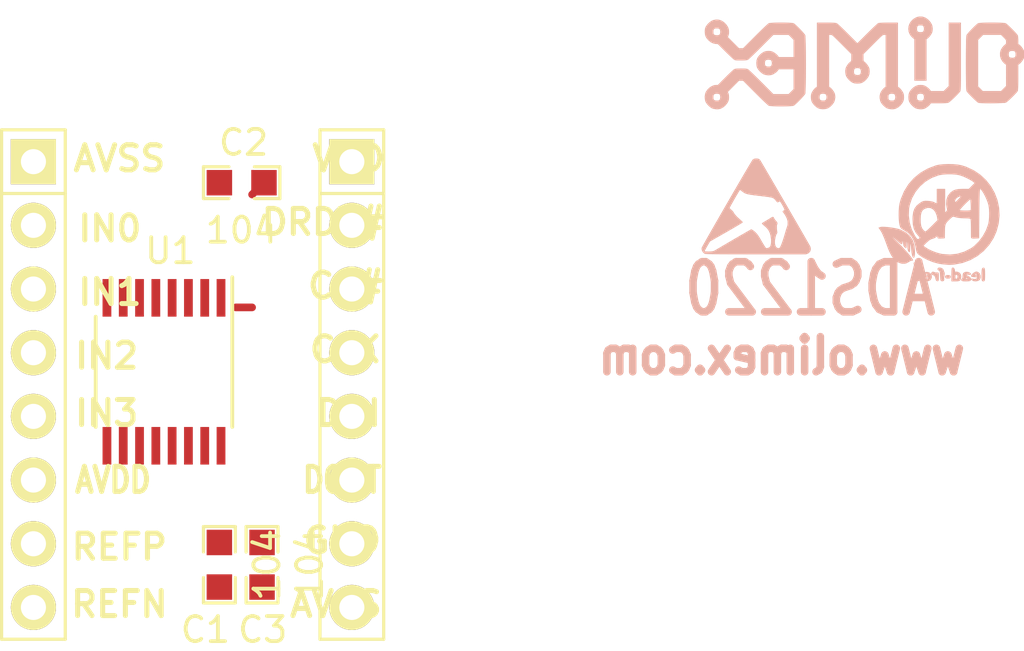
<source format=kicad_pcb>
(kicad_pcb (version 4) (host pcbnew 0.201503220816+5528~22~ubuntu14.10.1-product)

  (general
    (links 23)
    (no_connects 23)
    (area 133.1988 101.9518 159.4742 126.5982)
    (thickness 1.6)
    (drawings 18)
    (tracks 4)
    (zones 0)
    (modules 9)
    (nets 16)
  )

  (page A4)
  (layers
    (0 F.Cu signal)
    (31 B.Cu signal)
    (32 B.Adhes user hide)
    (33 F.Adhes user hide)
    (34 B.Paste user)
    (35 F.Paste user)
    (36 B.SilkS user)
    (37 F.SilkS user)
    (38 B.Mask user)
    (39 F.Mask user)
    (40 Dwgs.User user)
    (41 Cmts.User user)
    (42 Eco1.User user)
    (43 Eco2.User user)
    (44 Edge.Cuts user)
    (45 Margin user)
    (46 B.CrtYd user)
    (47 F.CrtYd user)
    (48 B.Fab user)
    (49 F.Fab user)
  )

  (setup
    (last_trace_width 0.4064)
    (trace_clearance 0.2032)
    (zone_clearance 0.3048)
    (zone_45_only no)
    (trace_min 0.2)
    (segment_width 0.2)
    (edge_width 0.1)
    (via_size 0.9652)
    (via_drill 0.6096)
    (via_min_size 0.4)
    (via_min_drill 0.3)
    (uvia_size 0.3)
    (uvia_drill 0.1)
    (uvias_allowed no)
    (uvia_min_size 0)
    (uvia_min_drill 0)
    (pcb_text_width 0.3)
    (pcb_text_size 1 1)
    (mod_edge_width 0.15)
    (mod_text_size 1 1)
    (mod_text_width 0.15)
    (pad_size 1.5 1.5)
    (pad_drill 0.6)
    (pad_to_mask_clearance 0)
    (aux_axis_origin 0 0)
    (visible_elements FFFEFF7F)
    (pcbplotparams
      (layerselection 0x010f8_80000001)
      (usegerberextensions false)
      (excludeedgelayer true)
      (linewidth 0.100000)
      (plotframeref false)
      (viasonmask false)
      (mode 1)
      (useauxorigin false)
      (hpglpennumber 1)
      (hpglpenspeed 20)
      (hpglpendiameter 15)
      (hpglpenoverlay 2)
      (psnegative false)
      (psa4output false)
      (plotreference true)
      (plotvalue false)
      (plotinvisibletext false)
      (padsonsilk false)
      (subtractmaskfromsilk false)
      (outputformat 1)
      (mirror false)
      (drillshape 0)
      (scaleselection 1)
      (outputdirectory ""))
  )

  (net 0 "")
  (net 1 GND)
  (net 2 "Net-(C1-Pad2)")
  (net 3 /AVSS)
  (net 4 "Net-(C3-Pad2)")
  (net 5 "Net-(P1-Pad2)")
  (net 6 "Net-(P1-Pad3)")
  (net 7 "Net-(P1-Pad4)")
  (net 8 "Net-(P1-Pad5)")
  (net 9 /REFP)
  (net 10 /REFN)
  (net 11 "Net-(P2-Pad2)")
  (net 12 "Net-(P2-Pad3)")
  (net 13 "Net-(P2-Pad4)")
  (net 14 "Net-(P2-Pad5)")
  (net 15 "Net-(P2-Pad6)")

  (net_class Default "This is the default net class."
    (clearance 0.2032)
    (trace_width 0.4064)
    (via_dia 0.9652)
    (via_drill 0.6096)
    (uvia_dia 0.3)
    (uvia_drill 0.1)
    (add_net /AVSS)
    (add_net /REFN)
    (add_net /REFP)
    (add_net GND)
    (add_net "Net-(C1-Pad2)")
    (add_net "Net-(C3-Pad2)")
    (add_net "Net-(P1-Pad2)")
    (add_net "Net-(P1-Pad3)")
    (add_net "Net-(P1-Pad4)")
    (add_net "Net-(P1-Pad5)")
    (add_net "Net-(P2-Pad2)")
    (add_net "Net-(P2-Pad3)")
    (add_net "Net-(P2-Pad4)")
    (add_net "Net-(P2-Pad5)")
    (add_net "Net-(P2-Pad6)")
  )

  (module kicad_wrk:C_0603 (layer F.Cu) (tedit 550FE071) (tstamp 55306B37)
    (at 144.5768 127.8382 90)
    (descr "Resistor SMD 0603, reflow soldering, Vishay (see dcrcw.pdf)")
    (tags "resistor 0603")
    (path /550FCD51)
    (attr smd)
    (fp_text reference C1 (at -2.5908 -0.5588 180) (layer F.SilkS)
      (effects (font (size 1 1) (thickness 0.15)))
    )
    (fp_text value 104 (at 0 1.9 90) (layer F.SilkS)
      (effects (font (size 1 1) (thickness 0.15)))
    )
    (fp_line (start 0.508 -0.635) (end 1.524 -0.635) (layer F.SilkS) (width 0.127))
    (fp_line (start 1.524 -0.635) (end 1.524 0.635) (layer F.SilkS) (width 0.127))
    (fp_line (start 1.524 0.635) (end 0.508 0.635) (layer F.SilkS) (width 0.127))
    (fp_line (start -1.524 -0.635) (end -1.524 0.635) (layer F.SilkS) (width 0.127))
    (fp_line (start -1.524 0.635) (end -0.508 0.635) (layer F.SilkS) (width 0.127))
    (fp_line (start -1.524 -0.635) (end -0.508 -0.635) (layer F.SilkS) (width 0.127))
    (pad 1 smd rect (at -0.889 0 90) (size 1.016 1.016) (layers F.Cu F.Paste F.Mask)
      (net 1 GND))
    (pad 2 smd rect (at 0.889 0 90) (size 1.016 1.016) (layers F.Cu F.Paste F.Mask)
      (net 2 "Net-(C1-Pad2)"))
    (model Resistors_SMD/R_0603.wrl
      (at (xyz 0 0 0))
      (scale (xyz 1 1 1))
      (rotate (xyz 0 0 0))
    )
  )

  (module kicad_wrk:C_0603 (layer F.Cu) (tedit 550FE05A) (tstamp 55306B43)
    (at 145.4658 112.5982)
    (descr "Resistor SMD 0603, reflow soldering, Vishay (see dcrcw.pdf)")
    (tags "resistor 0603")
    (path /550FCD22)
    (attr smd)
    (fp_text reference C2 (at 0.0762 -1.6002 180) (layer F.SilkS)
      (effects (font (size 1 1) (thickness 0.15)))
    )
    (fp_text value 104 (at 0 1.9) (layer F.SilkS)
      (effects (font (size 1 1) (thickness 0.15)))
    )
    (fp_line (start 0.508 -0.635) (end 1.524 -0.635) (layer F.SilkS) (width 0.127))
    (fp_line (start 1.524 -0.635) (end 1.524 0.635) (layer F.SilkS) (width 0.127))
    (fp_line (start 1.524 0.635) (end 0.508 0.635) (layer F.SilkS) (width 0.127))
    (fp_line (start -1.524 -0.635) (end -1.524 0.635) (layer F.SilkS) (width 0.127))
    (fp_line (start -1.524 0.635) (end -0.508 0.635) (layer F.SilkS) (width 0.127))
    (fp_line (start -1.524 -0.635) (end -0.508 -0.635) (layer F.SilkS) (width 0.127))
    (pad 1 smd rect (at -0.889 0) (size 1.016 1.016) (layers F.Cu F.Paste F.Mask)
      (net 3 /AVSS))
    (pad 2 smd rect (at 0.889 0) (size 1.016 1.016) (layers F.Cu F.Paste F.Mask)
      (net 1 GND))
    (model Resistors_SMD/R_0603.wrl
      (at (xyz 0 0 0))
      (scale (xyz 1 1 1))
      (rotate (xyz 0 0 0))
    )
  )

  (module kicad_wrk:C_0603 (layer F.Cu) (tedit 550FE077) (tstamp 55306B4F)
    (at 146.2786 127.8382 90)
    (descr "Resistor SMD 0603, reflow soldering, Vishay (see dcrcw.pdf)")
    (tags "resistor 0603")
    (path /550FCD81)
    (attr smd)
    (fp_text reference C3 (at -2.5908 0.0254 180) (layer F.SilkS)
      (effects (font (size 1 1) (thickness 0.15)))
    )
    (fp_text value 104 (at 0 1.9 90) (layer F.SilkS)
      (effects (font (size 1 1) (thickness 0.15)))
    )
    (fp_line (start 0.508 -0.635) (end 1.524 -0.635) (layer F.SilkS) (width 0.127))
    (fp_line (start 1.524 -0.635) (end 1.524 0.635) (layer F.SilkS) (width 0.127))
    (fp_line (start 1.524 0.635) (end 0.508 0.635) (layer F.SilkS) (width 0.127))
    (fp_line (start -1.524 -0.635) (end -1.524 0.635) (layer F.SilkS) (width 0.127))
    (fp_line (start -1.524 0.635) (end -0.508 0.635) (layer F.SilkS) (width 0.127))
    (fp_line (start -1.524 -0.635) (end -0.508 -0.635) (layer F.SilkS) (width 0.127))
    (pad 1 smd rect (at -0.889 0 90) (size 1.016 1.016) (layers F.Cu F.Paste F.Mask)
      (net 1 GND))
    (pad 2 smd rect (at 0.889 0 90) (size 1.016 1.016) (layers F.Cu F.Paste F.Mask)
      (net 4 "Net-(C3-Pad2)"))
    (model Resistors_SMD/R_0603.wrl
      (at (xyz 0 0 0))
      (scale (xyz 1 1 1))
      (rotate (xyz 0 0 0))
    )
  )

  (module kicad_wrk:SIP8_Housing (layer F.Cu) (tedit 550FE097) (tstamp 55306B66)
    (at 137.16 121.92 270)
    (descr SIP8)
    (tags SIP8)
    (path /550FCF8D)
    (fp_text reference "" (at -16.383 -4.953 270) (layer F.SilkS)
      (effects (font (size 1 1) (thickness 0.15)))
    )
    (fp_text value CONN_01X08 (at -0.1 3.7 270) (layer F.SilkS) hide
      (effects (font (size 1 1) (thickness 0.15)))
    )
    (fp_line (start -8.89 -1.27) (end -8.89 1.27) (layer F.SilkS) (width 0.127))
    (fp_line (start -11.43 -1.27) (end 8.89 -1.27) (layer F.SilkS) (width 0.127))
    (fp_line (start 8.89 -1.27) (end 8.89 1.27) (layer F.SilkS) (width 0.127))
    (fp_line (start 8.89 1.27) (end -11.43 1.27) (layer F.SilkS) (width 0.127))
    (fp_line (start -11.43 1.27) (end -11.43 -1.27) (layer F.SilkS) (width 0.127))
    (pad 1 thru_hole rect (at -10.16 0) (size 1.8 1.8) (drill 1) (layers *.Cu *.Mask F.SilkS)
      (net 3 /AVSS))
    (pad 2 thru_hole circle (at -7.62 0) (size 1.8 1.8) (drill 1) (layers *.Cu *.Mask F.SilkS)
      (net 5 "Net-(P1-Pad2)"))
    (pad 3 thru_hole circle (at -5.08 0) (size 1.8 1.8) (drill 1) (layers *.Cu *.Mask F.SilkS)
      (net 6 "Net-(P1-Pad3)"))
    (pad 4 thru_hole circle (at -2.54 0) (size 1.8 1.8) (drill 1) (layers *.Cu *.Mask F.SilkS)
      (net 7 "Net-(P1-Pad4)"))
    (pad 5 thru_hole circle (at 0 0) (size 1.8 1.8) (drill 1) (layers *.Cu *.Mask F.SilkS)
      (net 8 "Net-(P1-Pad5)"))
    (pad 6 thru_hole circle (at 2.54 0) (size 1.8 1.8) (drill 1) (layers *.Cu *.Mask F.SilkS)
      (net 2 "Net-(C1-Pad2)"))
    (pad 7 thru_hole circle (at 5.08 0) (size 1.8 1.8) (drill 1) (layers *.Cu *.Mask F.SilkS)
      (net 9 /REFP))
    (pad 8 thru_hole circle (at 7.62 0) (size 1.8 1.8) (drill 1) (layers *.Cu *.Mask F.SilkS)
      (net 10 /REFN))
    (model Housings_SIP/SIP9_Housing.wrl
      (at (xyz 0 0 0))
      (scale (xyz 0.3937 0.3937 0.3937))
      (rotate (xyz 0 0 0))
    )
  )

  (module kicad_wrk:SIP8_Housing (layer F.Cu) (tedit 550FE0A7) (tstamp 55306B7D)
    (at 149.86 121.92 270)
    (descr SIP8)
    (tags SIP8)
    (path /550FD25A)
    (fp_text reference "" (at 0 -3.6 270) (layer F.SilkS)
      (effects (font (size 1 1) (thickness 0.15)))
    )
    (fp_text value CONN_01X08 (at -0.1 3.7 270) (layer F.SilkS) hide
      (effects (font (size 1 1) (thickness 0.15)))
    )
    (fp_line (start -8.89 -1.27) (end -8.89 1.27) (layer F.SilkS) (width 0.127))
    (fp_line (start -11.43 -1.27) (end 8.89 -1.27) (layer F.SilkS) (width 0.127))
    (fp_line (start 8.89 -1.27) (end 8.89 1.27) (layer F.SilkS) (width 0.127))
    (fp_line (start 8.89 1.27) (end -11.43 1.27) (layer F.SilkS) (width 0.127))
    (fp_line (start -11.43 1.27) (end -11.43 -1.27) (layer F.SilkS) (width 0.127))
    (pad 1 thru_hole rect (at -10.16 0) (size 1.8 1.8) (drill 1) (layers *.Cu *.Mask F.SilkS)
      (net 4 "Net-(C3-Pad2)"))
    (pad 2 thru_hole circle (at -7.62 0) (size 1.8 1.8) (drill 1) (layers *.Cu *.Mask F.SilkS)
      (net 11 "Net-(P2-Pad2)"))
    (pad 3 thru_hole circle (at -5.08 0) (size 1.8 1.8) (drill 1) (layers *.Cu *.Mask F.SilkS)
      (net 12 "Net-(P2-Pad3)"))
    (pad 4 thru_hole circle (at -2.54 0) (size 1.8 1.8) (drill 1) (layers *.Cu *.Mask F.SilkS)
      (net 13 "Net-(P2-Pad4)"))
    (pad 5 thru_hole circle (at 0 0) (size 1.8 1.8) (drill 1) (layers *.Cu *.Mask F.SilkS)
      (net 14 "Net-(P2-Pad5)"))
    (pad 6 thru_hole circle (at 2.54 0) (size 1.8 1.8) (drill 1) (layers *.Cu *.Mask F.SilkS)
      (net 15 "Net-(P2-Pad6)"))
    (pad 7 thru_hole circle (at 5.08 0) (size 1.8 1.8) (drill 1) (layers *.Cu *.Mask F.SilkS)
      (net 1 GND))
    (pad 8 thru_hole circle (at 7.62 0) (size 1.8 1.8) (drill 1) (layers *.Cu *.Mask F.SilkS)
      (net 3 /AVSS))
    (model Housings_SIP/SIP9_Housing.wrl
      (at (xyz 0 0 0))
      (scale (xyz 0.3937 0.3937 0.3937))
      (rotate (xyz 0 0 0))
    )
  )

  (module kicad_wrk:TSSOP-16_4.4x5mm_Pitch0.65mm (layer F.Cu) (tedit 550FE06D) (tstamp 55306B91)
    (at 142.367 120.142 270)
    (descr "16-Lead Plastic Thin Shrink Small Outline (ST)-4.4 mm Body [TSSOP] (see Microchip Packaging Specification 00000049BS.pdf)")
    (tags "SSOP 0.65")
    (path /550FCCB7)
    (attr smd)
    (fp_text reference U1 (at -4.826 -0.254 360) (layer F.SilkS)
      (effects (font (size 1 1) (thickness 0.15)))
    )
    (fp_text value ADS1220 (at 0 3.55 270) (layer F.Fab)
      (effects (font (size 1 1) (thickness 0.15)))
    )
    (fp_line (start -3.95 -2.8) (end -3.95 2.8) (layer F.CrtYd) (width 0.05))
    (fp_line (start 3.95 -2.8) (end 3.95 2.8) (layer F.CrtYd) (width 0.05))
    (fp_line (start -3.95 -2.8) (end 3.95 -2.8) (layer F.CrtYd) (width 0.05))
    (fp_line (start -3.95 2.8) (end 3.95 2.8) (layer F.CrtYd) (width 0.05))
    (fp_line (start -2.2 2.725) (end 2.2 2.725) (layer F.SilkS) (width 0.15))
    (fp_line (start -3.775 -2.725) (end 2.2 -2.725) (layer F.SilkS) (width 0.15))
    (pad 1 smd rect (at -2.95 -2.275 270) (size 1.5 0.35) (layers F.Cu F.Paste F.Mask)
      (net 13 "Net-(P2-Pad4)"))
    (pad 2 smd rect (at -2.95 -1.625 270) (size 1.5 0.35) (layers F.Cu F.Paste F.Mask)
      (net 12 "Net-(P2-Pad3)"))
    (pad 3 smd rect (at -2.95 -0.975 270) (size 1.5 0.35) (layers F.Cu F.Paste F.Mask)
      (net 1 GND))
    (pad 4 smd rect (at -2.95 -0.325 270) (size 1.5 0.35) (layers F.Cu F.Paste F.Mask)
      (net 1 GND))
    (pad 5 smd rect (at -2.95 0.325 270) (size 1.5 0.35) (layers F.Cu F.Paste F.Mask)
      (net 3 /AVSS))
    (pad 6 smd rect (at -2.95 0.975 270) (size 1.5 0.35) (layers F.Cu F.Paste F.Mask)
      (net 8 "Net-(P1-Pad5)"))
    (pad 7 smd rect (at -2.95 1.625 270) (size 1.5 0.35) (layers F.Cu F.Paste F.Mask)
      (net 7 "Net-(P1-Pad4)"))
    (pad 8 smd rect (at -2.95 2.275 270) (size 1.5 0.35) (layers F.Cu F.Paste F.Mask)
      (net 10 /REFN))
    (pad 9 smd rect (at 2.95 2.275 270) (size 1.5 0.35) (layers F.Cu F.Paste F.Mask)
      (net 9 /REFP))
    (pad 10 smd rect (at 2.95 1.625 270) (size 1.5 0.35) (layers F.Cu F.Paste F.Mask)
      (net 6 "Net-(P1-Pad3)"))
    (pad 11 smd rect (at 2.95 0.975 270) (size 1.5 0.35) (layers F.Cu F.Paste F.Mask)
      (net 5 "Net-(P1-Pad2)"))
    (pad 12 smd rect (at 2.95 0.325 270) (size 1.5 0.35) (layers F.Cu F.Paste F.Mask)
      (net 2 "Net-(C1-Pad2)"))
    (pad 13 smd rect (at 2.95 -0.325 270) (size 1.5 0.35) (layers F.Cu F.Paste F.Mask)
      (net 4 "Net-(C3-Pad2)"))
    (pad 14 smd rect (at 2.95 -0.975 270) (size 1.5 0.35) (layers F.Cu F.Paste F.Mask)
      (net 11 "Net-(P2-Pad2)"))
    (pad 15 smd rect (at 2.95 -1.625 270) (size 1.5 0.35) (layers F.Cu F.Paste F.Mask)
      (net 15 "Net-(P2-Pad6)"))
    (pad 16 smd rect (at 2.95 -2.275 270) (size 1.5 0.35) (layers F.Cu F.Paste F.Mask)
      (net 14 "Net-(P2-Pad5)"))
    (model Housings_SSOP.3dshapes/TSSOP-16_4.4x5mm_Pitch0.65mm.wrl
      (at (xyz 0 0 0))
      (scale (xyz 1 1 1))
      (rotate (xyz 0 0 0))
    )
  )

  (module kicad_wrk:LOGO_OLIMEX_140 (layer B.Cu) (tedit 54FEA6DB) (tstamp 5543B6AD)
    (at 170.307 107.823 180)
    (fp_text reference "" (at 0 0 180) (layer B.SilkS)
      (effects (font (thickness 0.15)) (justify mirror))
    )
    (fp_text value "" (at 0 0 180) (layer B.SilkS)
      (effects (font (thickness 0.15)) (justify mirror))
    )
    (fp_poly (pts (xy -1.758316 -1.344188) (xy -1.762691 -1.440546) (xy -1.782612 -1.527115) (xy -1.794511 -1.555483)
      (xy -1.841585 -1.628761) (xy -1.907077 -1.701865) (xy -1.980881 -1.764701) (xy -2.041156 -1.8018)
      (xy -2.08788 -1.81748) (xy -2.08788 -1.36398) (xy -2.094013 -1.29559) (xy -2.11515 -1.251476)
      (xy -2.155396 -1.227446) (xy -2.218857 -1.219309) (xy -2.229747 -1.2192) (xy -2.281058 -1.222751)
      (xy -2.322716 -1.231816) (xy -2.337265 -1.238658) (xy -2.363706 -1.274649) (xy -2.377666 -1.327742)
      (xy -2.379125 -1.387294) (xy -2.368065 -1.442659) (xy -2.344465 -1.483195) (xy -2.337725 -1.488965)
      (xy -2.297514 -1.504533) (xy -2.242502 -1.509631) (xy -2.184961 -1.504858) (xy -2.137161 -1.490811)
      (xy -2.11836 -1.47828) (xy -2.09865 -1.448911) (xy -2.089451 -1.405998) (xy -2.08788 -1.36398)
      (xy -2.08788 -1.81748) (xy -2.113108 -1.825946) (xy -2.199299 -1.838719) (xy -2.287134 -1.8394)
      (xy -2.36402 -1.827274) (xy -2.38254 -1.821233) (xy -2.445537 -1.790025) (xy -2.511794 -1.745649)
      (xy -2.570881 -1.695973) (xy -2.612365 -1.648865) (xy -2.61366 -1.646917) (xy -2.64414 -1.600287)
      (xy -2.96848 -1.600244) (xy -3.087016 -1.599688) (xy -3.178827 -1.597912) (xy -3.247649 -1.594698)
      (xy -3.297218 -1.589829) (xy -3.331273 -1.583088) (xy -3.345111 -1.578351) (xy -3.375768 -1.559081)
      (xy -3.422276 -1.521941) (xy -3.480101 -1.47134) (xy -3.544714 -1.411681) (xy -3.611584 -1.347372)
      (xy -3.676179 -1.282818) (xy -3.733969 -1.222425) (xy -3.780424 -1.1706) (xy -3.811011 -1.131748)
      (xy -3.819727 -1.116819) (xy -3.823453 -1.103327) (xy -3.826727 -1.08039) (xy -3.829575 -1.046235)
      (xy -3.832023 -0.999086) (xy -3.834099 -0.937172) (xy -3.835828 -0.858717) (xy -3.837238 -0.761948)
      (xy -3.838355 -0.645091) (xy -3.839206 -0.506373) (xy -3.839817 -0.344019) (xy -3.840215 -0.156255)
      (xy -3.840427 0.058692) (xy -3.84048 0.266211) (xy -3.84048 1.6002) (xy -3.60426 1.6002)
      (xy -3.36804 1.6002) (xy -3.36804 0.338681) (xy -3.36804 -0.922837) (xy -3.264788 -1.025299)
      (xy -3.161535 -1.12776) (xy -2.902837 -1.127716) (xy -2.64414 -1.127672) (xy -2.61366 -1.081042)
      (xy -2.574868 -1.036035) (xy -2.518086 -0.987051) (xy -2.453437 -0.941885) (xy -2.391047 -0.908331)
      (xy -2.387195 -0.90669) (xy -2.309494 -0.886979) (xy -2.218659 -0.883462) (xy -2.126987 -0.895531)
      (xy -2.046778 -0.922583) (xy -2.044833 -0.923542) (xy -1.955977 -0.980633) (xy -1.874999 -1.056286)
      (xy -1.811507 -1.141008) (xy -1.796016 -1.169367) (xy -1.76944 -1.249856) (xy -1.758316 -1.344188)
      (xy -1.758316 -1.344188)) (layer B.SilkS) (width 0.018))
    (fp_poly (pts (xy 2.130115 -1.314041) (xy 2.128907 -1.411591) (xy 2.11034 -1.505891) (xy 2.091153 -1.555483)
      (xy 2.04483 -1.628255) (xy 1.979824 -1.701187) (xy 1.906168 -1.764225) (xy 1.845044 -1.802129)
      (xy 1.79832 -1.817362) (xy 1.79832 -1.36398) (xy 1.792187 -1.29559) (xy 1.77105 -1.251476)
      (xy 1.730804 -1.227446) (xy 1.667343 -1.219309) (xy 1.656453 -1.2192) (xy 1.605142 -1.222751)
      (xy 1.563484 -1.231816) (xy 1.548935 -1.238658) (xy 1.522494 -1.274649) (xy 1.508534 -1.327742)
      (xy 1.507075 -1.387294) (xy 1.518135 -1.442659) (xy 1.541735 -1.483195) (xy 1.548475 -1.488965)
      (xy 1.588686 -1.504533) (xy 1.643698 -1.509631) (xy 1.701239 -1.504858) (xy 1.749039 -1.490811)
      (xy 1.76784 -1.47828) (xy 1.78755 -1.448911) (xy 1.796749 -1.405998) (xy 1.79832 -1.36398)
      (xy 1.79832 -1.817362) (xy 1.765439 -1.828081) (xy 1.671469 -1.838471) (xy 1.574951 -1.833344)
      (xy 1.4877 -1.812746) (xy 1.458927 -1.800624) (xy 1.372602 -1.744493) (xy 1.292609 -1.667506)
      (xy 1.228238 -1.579141) (xy 1.211669 -1.548407) (xy 1.182576 -1.462731) (xy 1.170948 -1.367517)
      (xy 1.177366 -1.274743) (xy 1.195297 -1.211725) (xy 1.22844 -1.148327) (xy 1.273537 -1.082571)
      (xy 1.322889 -1.024506) (xy 1.368792 -0.984183) (xy 1.370602 -0.98298) (xy 1.417232 -0.9525)
      (xy 1.417276 0.08763) (xy 1.41732 1.12776) (xy 1.352438 1.12776) (xy 1.334972 1.127345)
      (xy 1.318572 1.124712) (xy 1.300805 1.117775) (xy 1.279235 1.10445) (xy 1.251429 1.082654)
      (xy 1.214951 1.0503) (xy 1.167367 1.005305) (xy 1.106242 0.945585) (xy 1.029141 0.869054)
      (xy 0.933631 0.773629) (xy 0.902858 0.74284) (xy 0.51816 0.35792) (xy 0.518204 0.21325)
      (xy 0.518535 0.146002) (xy 0.520708 0.102317) (xy 0.526567 0.075278) (xy 0.537953 0.05797)
      (xy 0.556712 0.043474) (xy 0.564877 0.0381) (xy 0.615724 -0.006124) (xy 0.667397 -0.069195)
      (xy 0.712324 -0.140661) (xy 0.741463 -0.205639) (xy 0.758515 -0.292961) (xy 0.757307 -0.390511)
      (xy 0.73874 -0.484811) (xy 0.719553 -0.534403) (xy 0.67323 -0.607175) (xy 0.608224 -0.680107)
      (xy 0.534568 -0.743145) (xy 0.473444 -0.781049) (xy 0.42672 -0.796281) (xy 0.42672 -0.3429)
      (xy 0.420587 -0.27451) (xy 0.39945 -0.230396) (xy 0.359204 -0.206365) (xy 0.295743 -0.198229)
      (xy 0.284853 -0.19812) (xy 0.233542 -0.201671) (xy 0.191884 -0.210736) (xy 0.177335 -0.217578)
      (xy 0.150894 -0.253569) (xy 0.136934 -0.306662) (xy 0.135475 -0.366214) (xy 0.146535 -0.421579)
      (xy 0.170135 -0.462115) (xy 0.176875 -0.467885) (xy 0.217086 -0.483453) (xy 0.272098 -0.488551)
      (xy 0.329639 -0.483778) (xy 0.377439 -0.469731) (xy 0.39624 -0.4572) (xy 0.41595 -0.427831)
      (xy 0.425149 -0.384918) (xy 0.42672 -0.3429) (xy 0.42672 -0.796281) (xy 0.393839 -0.807001)
      (xy 0.299869 -0.817391) (xy 0.203351 -0.812264) (xy 0.1161 -0.791666) (xy 0.087327 -0.779544)
      (xy 0.001002 -0.723413) (xy -0.078991 -0.646426) (xy -0.143362 -0.55806) (xy -0.159931 -0.527327)
      (xy -0.189024 -0.441651) (xy -0.200652 -0.346437) (xy -0.194234 -0.253664) (xy -0.176303 -0.190645)
      (xy -0.14316 -0.127247) (xy -0.098063 -0.061491) (xy -0.048711 -0.003426) (xy -0.002808 0.036897)
      (xy -0.000998 0.0381) (xy 0.020613 0.05319) (xy 0.03424 0.068799) (xy 0.041728 0.091844)
      (xy 0.044919 0.129241) (xy 0.045657 0.187907) (xy 0.045676 0.21325) (xy 0.04572 0.35792)
      (xy -0.338978 0.74284) (xy -0.440152 0.844003) (xy -0.522226 0.92568) (xy -0.587634 0.989956)
      (xy -0.638811 1.038915) (xy -0.678191 1.074642) (xy -0.708209 1.09922) (xy -0.7313 1.114736)
      (xy -0.749898 1.123273) (xy -0.766438 1.126915) (xy -0.783355 1.127747) (xy -0.788558 1.12776)
      (xy -0.85344 1.12776) (xy -0.853396 0.08763) (xy -0.853352 -0.9525) (xy -0.806723 -0.98298)
      (xy -0.755876 -1.027204) (xy -0.704203 -1.090275) (xy -0.659276 -1.161741) (xy -0.630137 -1.226719)
      (xy -0.613085 -1.314041) (xy -0.614293 -1.411591) (xy -0.63286 -1.505891) (xy -0.652047 -1.555483)
      (xy -0.698488 -1.628425) (xy -0.763591 -1.701387) (xy -0.837267 -1.764271) (xy -0.898156 -1.8018)
      (xy -0.94488 -1.817502) (xy -0.94488 -1.36398) (xy -0.951013 -1.29559) (xy -0.97215 -1.251476)
      (xy -1.012396 -1.227446) (xy -1.075857 -1.219309) (xy -1.086747 -1.2192) (xy -1.138058 -1.222751)
      (xy -1.179716 -1.231816) (xy -1.194265 -1.238658) (xy -1.220706 -1.274649) (xy -1.234666 -1.327742)
      (xy -1.236125 -1.387294) (xy -1.225065 -1.442659) (xy -1.201465 -1.483195) (xy -1.194725 -1.488965)
      (xy -1.154514 -1.504533) (xy -1.099502 -1.509631) (xy -1.041961 -1.504858) (xy -0.994161 -1.490811)
      (xy -0.97536 -1.47828) (xy -0.95565 -1.448911) (xy -0.946451 -1.405998) (xy -0.94488 -1.36398)
      (xy -0.94488 -1.817502) (xy -0.969416 -1.825748) (xy -1.054928 -1.838579) (xy -1.142167 -1.839567)
      (xy -1.218606 -1.827986) (xy -1.238651 -1.821541) (xy -1.338385 -1.768651) (xy -1.429101 -1.692088)
      (xy -1.504001 -1.598577) (xy -1.548355 -1.515153) (xy -1.564538 -1.452275) (xy -1.570703 -1.374098)
      (xy -1.566872 -1.294103) (xy -1.553063 -1.22577) (xy -1.547903 -1.211725) (xy -1.51476 -1.148327)
      (xy -1.469663 -1.082571) (xy -1.420311 -1.024506) (xy -1.374408 -0.984183) (xy -1.372598 -0.98298)
      (xy -1.325968 -0.9525) (xy -1.325924 0.32385) (xy -1.32588 1.6002) (xy -0.961112 1.6002)
      (xy -0.843497 1.599519) (xy -0.7407 1.597572) (xy -0.656403 1.594504) (xy -0.594289 1.590457)
      (xy -0.558042 1.585578) (xy -0.553442 1.58424) (xy -0.533054 1.570045) (xy -0.493963 1.536691)
      (xy -0.438878 1.486714) (xy -0.370505 1.422651) (xy -0.291552 1.347038) (xy -0.204726 1.26241)
      (xy -0.114191 1.172757) (xy 0.282158 0.777234) (xy 0.670669 1.167392) (xy 0.761875 1.258225)
      (xy 0.848194 1.342751) (xy 0.926844 1.418354) (xy 0.995046 1.482418) (xy 1.050019 1.53233)
      (xy 1.088981 1.565473) (xy 1.10822 1.578875) (xy 1.132543 1.586121) (xy 1.170261 1.591656)
      (xy 1.224787 1.595656) (xy 1.299536 1.598297) (xy 1.397921 1.599753) (xy 1.523358 1.6002)
      (xy 1.52351 1.6002) (xy 1.88976 1.6002) (xy 1.889804 0.32385) (xy 1.889848 -0.9525)
      (xy 1.936477 -0.98298) (xy 1.987324 -1.027204) (xy 2.038997 -1.090275) (xy 2.083924 -1.161741)
      (xy 2.113063 -1.226719) (xy 2.130115 -1.314041) (xy 2.130115 -1.314041)) (layer B.SilkS) (width 0.018))
    (fp_poly (pts (xy 6.364604 -1.344188) (xy 6.360229 -1.440546) (xy 6.340308 -1.527115) (xy 6.328409 -1.555483)
      (xy 6.281335 -1.628761) (xy 6.215842 -1.701865) (xy 6.142039 -1.764701) (xy 6.081763 -1.8018)
      (xy 6.03504 -1.817502) (xy 6.03504 -1.36398) (xy 6.028907 -1.29559) (xy 6.007771 -1.251476)
      (xy 5.967524 -1.227446) (xy 5.904062 -1.219309) (xy 5.893173 -1.2192) (xy 5.841862 -1.222751)
      (xy 5.800204 -1.231816) (xy 5.785655 -1.238658) (xy 5.759214 -1.274649) (xy 5.745254 -1.327742)
      (xy 5.743795 -1.387294) (xy 5.754855 -1.442659) (xy 5.778456 -1.483195) (xy 5.785195 -1.488965)
      (xy 5.825406 -1.504533) (xy 5.880418 -1.509631) (xy 5.937959 -1.504858) (xy 5.985759 -1.490811)
      (xy 6.00456 -1.47828) (xy 6.02427 -1.448911) (xy 6.033469 -1.405998) (xy 6.03504 -1.36398)
      (xy 6.03504 -1.817502) (xy 6.010504 -1.825748) (xy 5.924992 -1.838579) (xy 5.837753 -1.839567)
      (xy 5.761314 -1.827986) (xy 5.741269 -1.821541) (xy 5.641535 -1.768651) (xy 5.550819 -1.692088)
      (xy 5.475919 -1.598577) (xy 5.431565 -1.515153) (xy 5.415228 -1.451606) (xy 5.409178 -1.372828)
      (xy 5.413371 -1.292261) (xy 5.427757 -1.22335) (xy 5.432627 -1.210265) (xy 5.456959 -1.15203)
      (xy 5.23184 -0.926535) (xy 5.006721 -0.70104) (xy 4.922621 -0.70104) (xy 4.838521 -0.70104)
      (xy 4.350931 -1.190246) (xy 4.248874 -1.292037) (xy 4.151926 -1.387577) (xy 4.062496 -1.474574)
      (xy 3.982992 -1.550737) (xy 3.915822 -1.613777) (xy 3.863393 -1.661401) (xy 3.828113 -1.69132)
      (xy 3.8143 -1.700786) (xy 3.782833 -1.707615) (xy 3.725845 -1.713257) (xy 3.648268 -1.717709)
      (xy 3.555037 -1.720968) (xy 3.451086 -1.723031) (xy 3.34135 -1.723896) (xy 3.230762 -1.723559)
      (xy 3.124258 -1.722018) (xy 3.026772 -1.719269) (xy 2.943237 -1.71531) (xy 2.878588 -1.710138)
      (xy 2.83776 -1.703749) (xy 2.830341 -1.701367) (xy 2.801098 -1.682137) (xy 2.756311 -1.644394)
      (xy 2.700384 -1.592671) (xy 2.637724 -1.531498) (xy 2.572737 -1.465405) (xy 2.509828 -1.398924)
      (xy 2.453404 -1.336586) (xy 2.407871 -1.282922) (xy 2.377634 -1.242461) (xy 2.368809 -1.22675)
      (xy 2.364238 -1.200506) (xy 2.360139 -1.146784) (xy 2.356515 -1.068584) (xy 2.353363 -0.968906)
      (xy 2.350684 -0.850749) (xy 2.348479 -0.717112) (xy 2.346747 -0.570995) (xy 2.345487 -0.415396)
      (xy 2.344702 -0.253316) (xy 2.344389 -0.087754) (xy 2.344549 0.078292) (xy 2.345183 0.241822)
      (xy 2.346289 0.399836) (xy 2.347869 0.549335) (xy 2.349922 0.68732) (xy 2.352448 0.810792)
      (xy 2.355448 0.916751) (xy 2.35892 1.002198) (xy 2.362866 1.064134) (xy 2.367284 1.099558)
      (xy 2.368809 1.104831) (xy 2.388079 1.135488) (xy 2.425218 1.181996) (xy 2.47582 1.239821)
      (xy 2.535479 1.304434) (xy 2.599788 1.371304) (xy 2.664342 1.435899) (xy 2.724735 1.49369)
      (xy 2.77656 1.540144) (xy 2.815412 1.570731) (xy 2.830341 1.579447) (xy 2.862201 1.586239)
      (xy 2.919515 1.591813) (xy 2.997347 1.596173) (xy 3.090764 1.599322) (xy 3.194831 1.601263)
      (xy 3.304613 1.601998) (xy 3.415177 1.601531) (xy 3.521588 1.599863) (xy 3.618912 1.597)
      (xy 3.702215 1.592942) (xy 3.766561 1.587693) (xy 3.807018 1.581257) (xy 3.8143 1.578866)
      (xy 3.835027 1.563842) (xy 3.874723 1.529382) (xy 3.93098 1.477776) (xy 4.00139 1.411315)
      (xy 4.083544 1.33229) (xy 4.175034 1.242992) (xy 4.273454 1.145712) (xy 4.350931 1.068326)
      (xy 4.838521 0.57912) (xy 4.922621 0.57912) (xy 5.006721 0.57912) (xy 5.23184 0.804615)
      (xy 5.456959 1.03011) (xy 5.432627 1.088345) (xy 5.411154 1.172677) (xy 5.408757 1.268381)
      (xy 5.424879 1.363512) (xy 5.44839 1.426488) (xy 5.510158 1.52276) (xy 5.593053 1.608667)
      (xy 5.687801 1.674861) (xy 5.702433 1.682498) (xy 5.801473 1.715796) (xy 5.908425 1.724087)
      (xy 6.013774 1.707371) (xy 6.078087 1.682498) (xy 6.166943 1.625407) (xy 6.247921 1.549754)
      (xy 6.311413 1.465032) (xy 6.326904 1.436673) (xy 6.346995 1.388147) (xy 6.358105 1.337483)
      (xy 6.362402 1.272882) (xy 6.3627 1.24206) (xy 6.355732 1.142098) (xy 6.332166 1.059113)
      (xy 6.288012 0.983623) (xy 6.222733 0.909588) (xy 6.128208 0.832374) (xy 6.03504 0.787931)
      (xy 6.03504 1.24206) (xy 6.028907 1.31045) (xy 6.007771 1.354564) (xy 5.967524 1.378594)
      (xy 5.904062 1.386731) (xy 5.893173 1.38684) (xy 5.841862 1.383289) (xy 5.800204 1.374223)
      (xy 5.785655 1.367382) (xy 5.759214 1.331391) (xy 5.745254 1.278298) (xy 5.743795 1.218746)
      (xy 5.754855 1.163381) (xy 5.778456 1.122845) (xy 5.785195 1.117075) (xy 5.825406 1.101507)
      (xy 5.880418 1.096409) (xy 5.937959 1.101182) (xy 5.985759 1.115229) (xy 6.00456 1.12776)
      (xy 6.02427 1.157129) (xy 6.033469 1.200042) (xy 6.03504 1.24206) (xy 6.03504 0.787931)
      (xy 6.027616 0.78439) (xy 5.929187 0.765307) (xy 5.84454 0.758981) (xy 5.53212 0.4488)
      (xy 5.450158 0.368327) (xy 5.373234 0.294503) (xy 5.304513 0.23023) (xy 5.247156 0.178413)
      (xy 5.204326 0.141954) (xy 5.179188 0.123757) (xy 5.176798 0.12265) (xy 5.138724 0.11486)
      (xy 5.078264 0.109606) (xy 5.002851 0.106811) (xy 4.919915 0.106398) (xy 4.83689 0.10829)
      (xy 4.761207 0.112411) (xy 4.7003 0.118682) (xy 4.661599 0.127027) (xy 4.659141 0.128014)
      (xy 4.638413 0.143038) (xy 4.598717 0.177498) (xy 4.54246 0.229105) (xy 4.47205 0.295565)
      (xy 4.389896 0.37459) (xy 4.298406 0.463888) (xy 4.199986 0.561168) (xy 4.122509 0.638554)
      (xy 3.634919 1.12776) (xy 3.329621 1.12776) (xy 3.024323 1.12776) (xy 2.921861 1.024508)
      (xy 2.8194 0.921255) (xy 2.8194 0.574928) (xy 2.8194 0.2286) (xy 3.12039 0.228644)
      (xy 3.42138 0.228688) (xy 3.45186 0.275318) (xy 3.490652 0.320325) (xy 3.547434 0.369309)
      (xy 3.612083 0.414475) (xy 3.674473 0.448028) (xy 3.678325 0.44967) (xy 3.756026 0.469381)
      (xy 3.846862 0.472898) (xy 3.938533 0.460829) (xy 4.018742 0.433777) (xy 4.020687 0.432818)
      (xy 4.109543 0.375727) (xy 4.190521 0.300074) (xy 4.254013 0.215352) (xy 4.269504 0.186993)
      (xy 4.29608 0.106504) (xy 4.307204 0.012172) (xy 4.302829 -0.084186) (xy 4.282908 -0.170755)
      (xy 4.271009 -0.199124) (xy 4.224023 -0.272298) (xy 4.158709 -0.345238) (xy 4.085123 -0.407909)
      (xy 4.024363 -0.445233) (xy 3.97764 -0.460796) (xy 3.97764 -0.00762) (xy 3.971507 0.06077)
      (xy 3.950371 0.104884) (xy 3.910124 0.128915) (xy 3.846662 0.137051) (xy 3.835773 0.13716)
      (xy 3.784462 0.133609) (xy 3.742804 0.124544) (xy 3.728255 0.117702) (xy 3.701814 0.081711)
      (xy 3.687854 0.028617) (xy 3.686395 -0.030934) (xy 3.697455 -0.086299) (xy 3.721056 -0.126835)
      (xy 3.727795 -0.132605) (xy 3.768006 -0.148173) (xy 3.823018 -0.153271) (xy 3.880559 -0.148498)
      (xy 3.928359 -0.134451) (xy 3.94716 -0.12192) (xy 3.96687 -0.092552) (xy 3.976069 -0.049638)
      (xy 3.97764 -0.00762) (xy 3.97764 -0.460796) (xy 3.938527 -0.473824) (xy 3.84132 -0.485596)
      (xy 3.746223 -0.479651) (xy 3.695599 -0.467143) (xy 3.62572 -0.435323) (xy 3.554493 -0.389699)
      (xy 3.49237 -0.337843) (xy 3.45186 -0.290557) (xy 3.42138 -0.243928) (xy 3.12039 -0.243884)
      (xy 2.8194 -0.24384) (xy 2.8194 -0.644299) (xy 2.8194 -1.044757) (xy 2.922652 -1.147219)
      (xy 3.025905 -1.24968) (xy 3.330412 -1.24968) (xy 3.634919 -1.24968) (xy 4.122509 -0.760474)
      (xy 4.224567 -0.658683) (xy 4.321514 -0.563143) (xy 4.410944 -0.476146) (xy 4.490448 -0.399982)
      (xy 4.557618 -0.336943) (xy 4.610047 -0.289318) (xy 4.645327 -0.2594) (xy 4.659141 -0.249934)
      (xy 4.698755 -0.240152) (xy 4.761109 -0.233174) (xy 4.838591 -0.229) (xy 4.923591 -0.22763)
      (xy 5.008497 -0.229064) (xy 5.085698 -0.233304) (xy 5.147583 -0.240348) (xy 5.1859 -0.249914)
      (xy 5.209239 -0.266086) (xy 5.250584 -0.301073) (xy 5.306674 -0.351852) (xy 5.374246 -0.415403)
      (xy 5.450041 -0.488705) (xy 5.530797 -0.568736) (xy 5.539597 -0.577574) (xy 5.844254 -0.88392)
      (xy 5.921415 -0.88392) (xy 6.010108 -0.897857) (xy 6.10074 -0.93672) (xy 6.187027 -0.996084)
      (xy 6.262684 -1.071525) (xy 6.321426 -1.158619) (xy 6.326904 -1.169367) (xy 6.35348 -1.249856)
      (xy 6.364604 -1.344188) (xy 6.364604 -1.344188)) (layer B.SilkS) (width 0.018))
    (fp_poly (pts (xy -4.051363 -0.020938) (xy -4.051608 -0.182631) (xy -4.052343 -0.340968) (xy -4.05357 -0.492878)
      (xy -4.055288 -0.635289) (xy -4.057498 -0.76513) (xy -4.060201 -0.879329) (xy -4.063398 -0.974815)
      (xy -4.06709 -1.048516) (xy -4.071277 -1.09736) (xy -4.075128 -1.116819) (xy -4.093845 -1.145107)
      (xy -4.130585 -1.189067) (xy -4.180977 -1.244366) (xy -4.240655 -1.30667) (xy -4.305251 -1.371649)
      (xy -4.370396 -1.434969) (xy -4.431724 -1.492297) (xy -4.484864 -1.539301) (xy -4.525451 -1.571648)
      (xy -4.52628 -1.572146) (xy -4.52628 -0.93814) (xy -4.52628 -0.008443) (xy -4.52628 0.921255)
      (xy -4.628741 1.024508) (xy -4.731203 1.12776) (xy -5.089369 1.12776) (xy -5.447535 1.12776)
      (xy -5.550788 1.025299) (xy -5.598572 0.977283) (xy -5.628728 0.943357) (xy -5.645312 0.916187)
      (xy -5.652376 0.88844) (xy -5.653976 0.852781) (xy -5.653996 0.838609) (xy -5.652366 0.788614)
      (xy -5.644668 0.758449) (xy -5.626587 0.737514) (xy -5.607323 0.7239) (xy -5.557987 0.681115)
      (xy -5.507114 0.61991) (xy -5.462514 0.550878) (xy -5.43296 0.487395) (xy -5.411199 0.381817)
      (xy -5.416807 0.273348) (xy -5.44791 0.167696) (xy -5.502632 0.070567) (xy -5.579101 -0.012332)
      (xy -5.603417 -0.031671) (xy -5.653201 -0.06858) (xy -5.653621 -0.494917) (xy -5.65404 -0.921255)
      (xy -5.551579 -1.024507) (xy -5.449117 -1.12776) (xy -5.083359 -1.12776) (xy -4.7176 -1.12776)
      (xy -4.62194 -1.03295) (xy -4.52628 -0.93814) (xy -4.52628 -1.572146) (xy -4.546322 -1.584205)
      (xy -4.57638 -1.589532) (xy -4.632065 -1.593808) (xy -4.708809 -1.597062) (xy -4.802044 -1.599319)
      (xy -4.907201 -1.600608) (xy -5.019711 -1.600957) (xy -5.135007 -1.600391) (xy -5.24852 -1.598939)
      (xy -5.355681 -1.596629) (xy -5.451922 -1.593487) (xy -5.532675 -1.58954) (xy -5.593371 -1.584817)
      (xy -5.629442 -1.579345) (xy -5.634504 -1.577683) (xy -5.664596 -1.558322) (xy -5.710499 -1.521157)
      (xy -5.74548 -1.490241) (xy -5.74548 0.3429) (xy -5.751613 0.41129) (xy -5.77275 0.455404)
      (xy -5.812996 0.479434) (xy -5.876457 0.487571) (xy -5.887347 0.48768) (xy -5.938658 0.484129)
      (xy -5.980316 0.475064) (xy -5.994865 0.468222) (xy -6.021306 0.432231) (xy -6.035266 0.379138)
      (xy -6.036725 0.319586) (xy -6.025665 0.264221) (xy -6.002065 0.223685) (xy -5.995325 0.217915)
      (xy -5.955114 0.202347) (xy -5.900102 0.197249) (xy -5.842561 0.202022) (xy -5.794761 0.216069)
      (xy -5.77596 0.2286) (xy -5.75625 0.257969) (xy -5.747051 0.300882) (xy -5.74548 0.3429)
      (xy -5.74548 -1.490241) (xy -5.767716 -1.470589) (xy -5.831747 -1.411019) (xy -5.898093 -1.346845)
      (xy -5.962257 -1.282468) (xy -6.019738 -1.222288) (xy -6.066039 -1.170704) (xy -6.096661 -1.132116)
      (xy -6.105727 -1.116819) (xy -6.111781 -1.095598) (xy -6.116626 -1.061665) (xy -6.12037 -1.012162)
      (xy -6.123122 -0.944226) (xy -6.12499 -0.854996) (xy -6.126083 -0.741612) (xy -6.126509 -0.601211)
      (xy -6.126524 -0.568179) (xy -6.126568 -0.06858) (xy -6.173198 -0.0381) (xy -6.218774 0.001217)
      (xy -6.268135 0.058715) (xy -6.313581 0.124345) (xy -6.347407 0.188056) (xy -6.348503 0.190645)
      (xy -6.365003 0.254454) (xy -6.371291 0.333407) (xy -6.367366 0.413931) (xy -6.353228 0.482451)
      (xy -6.348503 0.495155) (xy -6.31536 0.558553) (xy -6.270263 0.624309) (xy -6.220911 0.682374)
      (xy -6.175008 0.722697) (xy -6.173198 0.7239) (xy -6.126568 0.75438) (xy -6.126524 0.901978)
      (xy -6.124871 0.971162) (xy -6.120477 1.033226) (xy -6.11413 1.078823) (xy -6.110487 1.092478)
      (xy -6.093564 1.11915) (xy -6.058378 1.162101) (xy -6.00917 1.217055) (xy -5.950184 1.279735)
      (xy -5.885663 1.345866) (xy -5.819849 1.411172) (xy -5.756984 1.471375) (xy -5.701312 1.522202)
      (xy -5.657075 1.559374) (xy -5.628516 1.578617) (xy -5.627859 1.57891) (xy -5.597326 1.585365)
      (xy -5.540959 1.590773) (xy -5.463389 1.595131) (xy -5.369246 1.598437) (xy -5.263158 1.600688)
      (xy -5.149754 1.601883) (xy -5.033666 1.602018) (xy -4.919521 1.601093) (xy -4.811949 1.599103)
      (xy -4.71558 1.596048) (xy -4.635043 1.591925) (xy -4.574967 1.586731) (xy -4.539982 1.580465)
      (xy -4.537221 1.579447) (xy -4.507978 1.560217) (xy -4.463191 1.522475) (xy -4.407264 1.470751)
      (xy -4.344604 1.409578) (xy -4.279617 1.343485) (xy -4.216708 1.277005) (xy -4.160284 1.214666)
      (xy -4.114751 1.161002) (xy -4.084514 1.120541) (xy -4.075689 1.104831) (xy -4.071077 1.078512)
      (xy -4.066947 1.024835) (xy -4.0633 0.946869) (xy -4.060137 0.847688) (xy -4.057459 0.730362)
      (xy -4.055266 0.597962) (xy -4.053559 0.453561) (xy -4.052339 0.30023) (xy -4.051606 0.14104)
      (xy -4.051363 -0.020938) (xy -4.051363 -0.020938)) (layer B.SilkS) (width 0.018))
    (fp_poly (pts (xy -1.754053 1.354169) (xy -1.768707 1.247995) (xy -1.81024 1.145867) (xy -1.846934 1.090277)
      (xy -1.886476 1.044408) (xy -1.929369 1.002779) (xy -1.945817 0.989409) (xy -1.995601 0.9525)
      (xy -1.996021 0.12573) (xy -1.99644 -0.70104) (xy -2.08788 -0.70104) (xy -2.08788 1.36398)
      (xy -2.094013 1.43237) (xy -2.11515 1.476484) (xy -2.155396 1.500515) (xy -2.218857 1.508651)
      (xy -2.229747 1.50876) (xy -2.281058 1.505209) (xy -2.322716 1.496144) (xy -2.337265 1.489302)
      (xy -2.363706 1.453311) (xy -2.377666 1.400217) (xy -2.379125 1.340666) (xy -2.368065 1.285301)
      (xy -2.344465 1.244765) (xy -2.337725 1.238995) (xy -2.297514 1.223427) (xy -2.242502 1.218329)
      (xy -2.184961 1.223102) (xy -2.137161 1.237149) (xy -2.11836 1.24968) (xy -2.09865 1.279049)
      (xy -2.089451 1.321962) (xy -2.08788 1.36398) (xy -2.08788 -0.70104) (xy -2.23266 -0.70104)
      (xy -2.46888 -0.70104) (xy -2.468924 0.12573) (xy -2.468968 0.9525) (xy -2.515598 0.98298)
      (xy -2.561174 1.022296) (xy -2.610535 1.079795) (xy -2.655981 1.145425) (xy -2.689807 1.209136)
      (xy -2.690903 1.211725) (xy -2.711816 1.294269) (xy -2.714227 1.388603) (xy -2.698719 1.48275)
      (xy -2.674531 1.548408) (xy -2.612762 1.64468) (xy -2.529867 1.730587) (xy -2.435119 1.796781)
      (xy -2.420487 1.804418) (xy -2.321446 1.837716) (xy -2.214495 1.846007) (xy -2.109146 1.82929)
      (xy -2.044833 1.804418) (xy -1.941867 1.738574) (xy -1.860187 1.65659) (xy -1.800912 1.562503)
      (xy -1.765161 1.46035) (xy -1.754053 1.354169) (xy -1.754053 1.354169)) (layer B.SilkS) (width 0.018))
  )

  (module kicad_wrk:LOGO_PBFREE_33 (layer B.Cu) (tedit 550FB01E) (tstamp 5543BE22)
    (at 173.482 114.173 180)
    (fp_text reference "" (at 0 0 180) (layer B.SilkS) hide
      (effects (font (thickness 0.3)) (justify mirror))
    )
    (fp_text value "" (at 0.75 0 180) (layer B.SilkS) hide
      (effects (font (thickness 0.3)) (justify mirror))
    )
    (fp_poly (pts (xy -1.50876 -2.098489) (xy -1.509715 -2.217114) (xy -1.514184 -2.290567) (xy -1.524571 -2.329542)
      (xy -1.543283 -2.344736) (xy -1.56464 -2.34696) (xy -1.591391 -2.342688) (xy -1.607922 -2.322721)
      (xy -1.616663 -2.276327) (xy -1.620042 -2.192776) (xy -1.62052 -2.100157) (xy -1.619088 -1.969728)
      (xy -1.613235 -1.886611) (xy -1.600625 -1.842274) (xy -1.578925 -1.828186) (xy -1.547939 -1.834984)
      (xy -1.527856 -1.857926) (xy -1.515537 -1.913796) (xy -1.509694 -2.011244) (xy -1.50876 -2.098489)
      (xy -1.50876 -2.098489)) (layer B.SilkS) (width 0.033))
    (fp_poly (pts (xy -1.08966 -2.15011) (xy -1.11463 -2.167529) (xy -1.177807 -2.177979) (xy -1.20142 -2.178821)
      (xy -1.20142 -2.092241) (xy -1.223439 -2.072384) (xy -1.27055 -2.068776) (xy -1.314335 -2.081562)
      (xy -1.324742 -2.091603) (xy -1.327604 -2.126739) (xy -1.324773 -2.130474) (xy -1.287992 -2.13726)
      (xy -1.237608 -2.124021) (xy -1.203811 -2.100116) (xy -1.20142 -2.092241) (xy -1.20142 -2.178821)
      (xy -1.21539 -2.17932) (xy -1.303156 -2.185918) (xy -1.337957 -2.206653) (xy -1.321236 -2.242934)
      (xy -1.300354 -2.26219) (xy -1.234859 -2.282782) (xy -1.168188 -2.275948) (xy -1.109256 -2.265345)
      (xy -1.095287 -2.273477) (xy -1.114585 -2.301416) (xy -1.175247 -2.336753) (xy -1.260955 -2.346765)
      (xy -1.347177 -2.331917) (xy -1.40664 -2.295865) (xy -1.44529 -2.218593) (xy -1.443909 -2.132287)
      (xy -1.409015 -2.053532) (xy -1.347127 -1.998915) (xy -1.28397 -1.98374) (xy -1.228625 -2.002519)
      (xy -1.164716 -2.047662) (xy -1.111857 -2.102374) (xy -1.089661 -2.149862) (xy -1.08966 -2.15011)
      (xy -1.08966 -2.15011)) (layer B.SilkS) (width 0.033))
    (fp_poly (pts (xy -0.6985 -2.30505) (xy -0.71166 -2.329685) (xy -0.758166 -2.342739) (xy -0.848558 -2.346925)
      (xy -0.861483 -2.34696) (xy -0.86614 -2.346808) (xy -0.86614 -2.231779) (xy -0.872257 -2.191416)
      (xy -0.898336 -2.199523) (xy -0.90805 -2.20726) (xy -0.943173 -2.247593) (xy -0.94996 -2.266561)
      (xy -0.92728 -2.288329) (xy -0.90805 -2.29108) (xy -0.874003 -2.267473) (xy -0.86614 -2.231779)
      (xy -0.86614 -2.346808) (xy -0.952457 -2.343991) (xy -1.019315 -2.336311) (xy -1.043093 -2.328333)
      (xy -1.065225 -2.274387) (xy -1.040211 -2.216686) (xy -0.974246 -2.168126) (xy -0.96393 -2.163549)
      (xy -0.891001 -2.124299) (xy -0.866734 -2.092555) (xy -0.890885 -2.075312) (xy -0.963206 -2.079565)
      (xy -0.966864 -2.080237) (xy -1.034329 -2.088026) (xy -1.057445 -2.07571) (xy -1.055923 -2.064138)
      (xy -1.01656 -2.023085) (xy -0.945471 -1.998449) (xy -0.865741 -1.995772) (xy -0.821497 -2.007841)
      (xy -0.776227 -2.039898) (xy -0.757173 -2.093391) (xy -0.75438 -2.150781) (xy -0.748214 -2.220986)
      (xy -0.732802 -2.260182) (xy -0.72644 -2.26314) (xy -0.701652 -2.28577) (xy -0.6985 -2.30505)
      (xy -0.6985 -2.30505)) (layer B.SilkS) (width 0.033))
    (fp_poly (pts (xy -0.30734 -2.34696) (xy -0.43307 -2.34696) (xy -0.43307 -2.176992) (xy -0.439659 -2.110575)
      (xy -0.465207 -2.084272) (xy -0.48895 -2.08153) (xy -0.534925 -2.104096) (xy -0.555864 -2.157787)
      (xy -0.546845 -2.221593) (xy -0.528811 -2.251639) (xy -0.483603 -2.283778) (xy -0.450015 -2.264804)
      (xy -0.433759 -2.199167) (xy -0.43307 -2.176992) (xy -0.43307 -2.34696) (xy -0.460027 -2.34696)
      (xy -0.555008 -2.342746) (xy -0.609973 -2.32704) (xy -0.640358 -2.29525) (xy -0.641637 -2.292917)
      (xy -0.663028 -2.225001) (xy -0.67056 -2.153861) (xy -0.647143 -2.073842) (xy -0.588452 -2.013796)
      (xy -0.51183 -1.988086) (xy -0.474931 -1.991848) (xy -0.434481 -1.992682) (xy -0.420087 -1.956687)
      (xy -0.4191 -1.928234) (xy -0.404539 -1.866965) (xy -0.370432 -1.829877) (xy -0.33114 -1.830805)
      (xy -0.324042 -1.836652) (xy -0.316573 -1.870338) (xy -0.310829 -1.946154) (xy -0.307679 -2.050355)
      (xy -0.30734 -2.100157) (xy -0.30734 -2.34696) (xy -0.30734 -2.34696)) (layer B.SilkS) (width 0.033))
    (fp_poly (pts (xy 0.248878 -1.860598) (xy 0.237662 -1.898927) (xy 0.202565 -1.917943) (xy 0.174771 -1.936265)
      (xy 0.157896 -1.981253) (xy 0.148476 -2.064943) (xy 0.145896 -2.114852) (xy 0.139797 -2.212687)
      (xy 0.131472 -2.28803) (xy 0.123292 -2.322965) (xy 0.082629 -2.345525) (xy 0.032305 -2.336177)
      (xy 0.01397 -2.31902) (xy 0.007379 -2.276097) (xy 0.010606 -2.268583) (xy 0.013755 -2.229243)
      (xy 0.004465 -2.159001) (xy -0.000343 -2.135892) (xy -0.011349 -2.050429) (xy -0.000078 -2.000726)
      (xy 0.001372 -1.999131) (xy 0.024465 -1.950188) (xy 0.02794 -1.92158) (xy 0.052017 -1.876707)
      (xy 0.108991 -1.840021) (xy 0.175976 -1.823004) (xy 0.214368 -1.828053) (xy 0.248878 -1.860598)
      (xy 0.248878 -1.860598)) (layer B.SilkS) (width 0.033))
    (fp_poly (pts (xy 0.497562 -2.027466) (xy 0.497169 -2.069213) (xy 0.46192 -2.094548) (xy 0.450461 -2.0955)
      (xy 0.382587 -2.1193) (xy 0.341695 -2.191272) (xy 0.330767 -2.248931) (xy 0.307359 -2.318092)
      (xy 0.272415 -2.341785) (xy 0.245384 -2.339779) (xy 0.230536 -2.313089) (xy 0.224432 -2.250202)
      (xy 0.22352 -2.17811) (xy 0.22482 -2.083861) (xy 0.231754 -2.033862) (xy 0.248868 -2.016494)
      (xy 0.280712 -2.020137) (xy 0.284931 -2.021222) (xy 0.348954 -2.021965) (xy 0.382365 -2.007385)
      (xy 0.436852 -1.989617) (xy 0.460654 -1.993707) (xy 0.497562 -2.027466) (xy 0.497562 -2.027466)) (layer B.SilkS) (width 0.033))
    (fp_poly (pts (xy 0.86614 -2.285871) (xy 0.842113 -2.321285) (xy 0.781862 -2.341647) (xy 0.703129 -2.346398)
      (xy 0.623658 -2.334978) (xy 0.561192 -2.306827) (xy 0.54916 -2.295865) (xy 0.505077 -2.214253)
      (xy 0.506556 -2.131651) (xy 0.544807 -2.060038) (xy 0.611036 -2.011396) (xy 0.696454 -1.997706)
      (xy 0.756915 -2.01273) (xy 0.813429 -2.042438) (xy 0.838156 -2.067912) (xy 0.8382 -2.068664)
      (xy 0.847284 -2.112038) (xy 0.855159 -2.135125) (xy 0.855853 -2.163748) (xy 0.821242 -2.176741)
      (xy 0.759018 -2.17932) (xy 0.75438 -2.179751) (xy 0.75438 -2.10947) (xy 0.731221 -2.075173)
      (xy 0.700149 -2.06756) (xy 0.645385 -2.079192) (xy 0.6307 -2.10418) (xy 0.661435 -2.127659)
      (xy 0.67713 -2.131608) (xy 0.729283 -2.142564) (xy 0.747395 -2.147575) (xy 0.753574 -2.128507)
      (xy 0.75438 -2.10947) (xy 0.75438 -2.179751) (xy 0.669696 -2.187622) (xy 0.629318 -2.211158)
      (xy 0.64044 -2.247869) (xy 0.655753 -2.262445) (xy 0.717925 -2.282701) (xy 0.781175 -2.277361)
      (xy 0.841799 -2.271632) (xy 0.866135 -2.28555) (xy 0.86614 -2.285871) (xy 0.86614 -2.285871)) (layer B.SilkS) (width 0.033))
    (fp_poly (pts (xy 1.25424 -2.153793) (xy 1.203893 -2.178494) (xy 1.157535 -2.179542) (xy 1.157535 -2.092305)
      (xy 1.120258 -2.069933) (xy 1.070679 -2.071371) (xy 1.03677 -2.093617) (xy 1.03378 -2.105595)
      (xy 1.055965 -2.132254) (xy 1.103304 -2.13034) (xy 1.149686 -2.112385) (xy 1.157535 -2.092305)
      (xy 1.157535 -2.179542) (xy 1.103007 -2.180775) (xy 1.094148 -2.180086) (xy 1.045839 -2.186103)
      (xy 1.038492 -2.222165) (xy 1.0392 -2.225888) (xy 1.060596 -2.260965) (xy 1.114923 -2.273745)
      (xy 1.154552 -2.273826) (xy 1.226614 -2.279414) (xy 1.250035 -2.297023) (xy 1.228385 -2.31876)
      (xy 1.165232 -2.336731) (xy 1.123945 -2.341507) (xy 1.030945 -2.338036) (xy 0.966403 -2.306266)
      (xy 0.951492 -2.292612) (xy 0.901407 -2.213199) (xy 0.907114 -2.131084) (xy 0.96266 -2.05232)
      (xy 1.047193 -1.994622) (xy 1.129191 -1.992542) (xy 1.20142 -2.03962) (xy 1.253574 -2.107295)
      (xy 1.25424 -2.153793) (xy 1.25424 -2.153793)) (layer B.SilkS) (width 0.033))
    (fp_poly (pts (xy -0.05588 -2.17932) (xy -0.066819 -2.217834) (xy -0.109523 -2.233373) (xy -0.15367 -2.2352)
      (xy -0.221069 -2.228949) (xy -0.248264 -2.204547) (xy -0.25146 -2.17932) (xy -0.240521 -2.140806)
      (xy -0.197817 -2.125267) (xy -0.15367 -2.12344) (xy -0.086271 -2.129691) (xy -0.059077 -2.154093)
      (xy -0.05588 -2.17932) (xy -0.05588 -2.17932)) (layer B.SilkS) (width 0.033))
    (fp_poly (pts (xy 1.199092 -1.634657) (xy 1.189542 -1.69037) (xy 1.161438 -1.765216) (xy 1.127287 -1.8161)
      (xy 1.10378 -1.835308) (xy 1.102646 -1.819759) (xy 1.124182 -1.761994) (xy 1.130019 -1.747685)
      (xy 1.167322 -1.664055) (xy 1.191138 -1.625616) (xy 1.199092 -1.634657) (xy 1.199092 -1.634657)) (layer B.SilkS) (width 0.033))
    (fp_poly (pts (xy 1.796549 0.291998) (xy 1.791805 0.124914) (xy 1.778947 -0.019635) (xy 1.764425 -0.100006)
      (xy 1.737462 -0.188444) (xy 1.701761 -0.242759) (xy 1.640789 -0.284161) (xy 1.60801 -0.3007)
      (xy 1.427292 -0.415167) (xy 1.423 -0.419753) (xy 1.423 0.263566) (xy 1.411178 0.542953)
      (xy 1.386447 0.677358) (xy 1.292951 0.955755) (xy 1.152162 1.210583) (xy 0.969659 1.436127)
      (xy 0.75102 1.626674) (xy 0.501822 1.776508) (xy 0.227645 1.879916) (xy 0.207199 1.885389)
      (xy 0.057814 1.911688) (xy -0.122344 1.924567) (xy -0.311383 1.924) (xy -0.487412 1.909959)
      (xy -0.614469 1.886361) (xy -0.742446 1.843698) (xy -0.88528 1.782754) (xy -1.022943 1.713191)
      (xy -1.135404 1.64467) (xy -1.171107 1.617866) (xy -1.238584 1.562184) (xy -1.116395 1.437682)
      (xy -0.994206 1.31318) (xy -0.747175 1.31318) (xy -0.584366 1.306893) (xy -0.460708 1.284849)
      (xy -0.360563 1.242277) (xy -0.268294 1.174404) (xy -0.255791 1.163227) (xy -0.160668 1.040484)
      (xy -0.106206 0.888489) (xy -0.095464 0.719327) (xy -0.114028 0.603281) (xy -0.132028 0.520717)
      (xy -0.130843 0.470498) (xy -0.107591 0.431521) (xy -0.087719 0.410581) (xy -0.02794 0.350802)
      (xy -0.02794 0.831991) (xy -0.02794 1.31318) (xy 0.124467 1.31318) (xy 0.276875 1.31318)
      (xy 0.275193 1.026795) (xy 0.276063 0.906938) (xy 0.279745 0.810198) (xy 0.285599 0.748663)
      (xy 0.290721 0.732975) (xy 0.323595 0.74153) (xy 0.3795 0.772446) (xy 0.382259 0.774241)
      (xy 0.463062 0.806796) (xy 0.581612 0.828341) (xy 0.640409 0.833247) (xy 0.744941 0.836468)
      (xy 0.81781 0.827632) (xy 0.882918 0.800572) (xy 0.962759 0.750071) (xy 1.082267 0.652262)
      (xy 1.165167 0.539881) (xy 1.216089 0.40238) (xy 1.239665 0.22921) (xy 1.242647 0.112506)
      (xy 1.229867 -0.096883) (xy 1.190064 -0.267144) (xy 1.119259 -0.410059) (xy 1.027977 -0.52273)
      (xy 0.975788 -0.582425) (xy 0.96063 -0.621481) (xy 0.976659 -0.655094) (xy 0.97695 -0.655445)
      (xy 1.021531 -0.691873) (xy 1.066539 -0.686343) (xy 1.118833 -0.635284) (xy 1.174715 -0.552478)
      (xy 1.302773 -0.295739) (xy 1.386199 -0.019861) (xy 1.423 0.263566) (xy 1.423 -0.419753)
      (xy 1.287806 -0.564183) (xy 1.18765 -0.75054) (xy 1.124918 -0.977031) (xy 1.117826 -1.01981)
      (xy 1.096654 -1.133465) (xy 1.070689 -1.207938) (xy 1.033138 -1.259891) (xy 1.012084 -1.279165)
      (xy 0.94996 -1.322452) (xy 0.94996 0.114966) (xy 0.941572 0.279353) (xy 0.914035 0.399248)
      (xy 0.86379 0.483819) (xy 0.787274 0.542237) (xy 0.783235 0.544357) (xy 0.652321 0.586354)
      (xy 0.531091 0.576339) (xy 0.425121 0.518031) (xy 0.339983 0.415148) (xy 0.281252 0.271407)
      (xy 0.26571 0.199203) (xy 0.245412 0.077097) (xy 0.478324 -0.157032) (xy 0.571943 -0.248666)
      (xy 0.653066 -0.323484) (xy 0.712818 -0.373602) (xy 0.741908 -0.39116) (xy 0.781211 -0.372452)
      (xy 0.831468 -0.328295) (xy 0.889437 -0.250222) (xy 0.926118 -0.156127) (xy 0.945084 -0.032645)
      (xy 0.94996 0.114966) (xy 0.94996 -1.322452) (xy 0.847672 -1.393725) (xy 0.842637 -1.396336)
      (xy 0.842637 -0.942414) (xy 0.711166 -0.808936) (xy 0.606149 -0.717151) (xy 0.513592 -0.66531)
      (xy 0.488261 -0.658304) (xy 0.398085 -0.627447) (xy 0.324144 -0.583978) (xy 0.25146 -0.526804)
      (xy 0.25146 -0.586243) (xy 0.245593 -0.621875) (xy 0.218442 -0.637708) (xy 0.155684 -0.63924)
      (xy 0.118745 -0.637166) (xy -0.01397 -0.62865) (xy -0.018099 -0.356191) (xy -0.021639 -0.226428)
      (xy -0.032376 -0.13201) (xy -0.057412 -0.05789) (xy -0.103852 0.010975) (xy -0.178798 0.08963)
      (xy -0.268233 0.173583) (xy -0.323395 0.220226) (xy -0.367279 0.234735) (xy -0.424331 0.222382)
      (xy -0.424331 0.807382) (xy -0.43028 0.87653) (xy -0.447486 0.922853) (xy -0.490504 0.970085)
      (xy -0.556718 1.013083) (xy -0.625424 1.041239) (xy -0.675918 1.043946) (xy -0.679948 1.041948)
      (xy -0.67397 1.01654) (xy -0.63572 0.96362) (xy -0.573312 0.894298) (xy -0.568465 0.889338)
      (xy -0.496842 0.818915) (xy -0.454295 0.785515) (xy -0.432661 0.784495) (xy -0.424331 0.807382)
      (xy -0.424331 0.222382) (xy -0.426067 0.222006) (xy -0.461451 0.209734) (xy -0.544013 0.190563)
      (xy -0.602534 0.183369) (xy -0.602534 0.472028) (xy -0.615929 0.498235) (xy -0.660526 0.552931)
      (xy -0.726808 0.626335) (xy -0.805258 0.708665) (xy -0.88636 0.790141) (xy -0.960596 0.860982)
      (xy -1.018451 0.911407) (xy -1.049585 0.931494) (xy -1.059379 0.908335) (xy -1.068166 0.844858)
      (xy -1.075192 0.756626) (xy -1.079702 0.659198) (xy -1.080942 0.568138) (xy -1.078156 0.499005)
      (xy -1.072012 0.469028) (xy -1.03846 0.457525) (xy -0.965912 0.450405) (xy -0.871073 0.447563)
      (xy -0.770644 0.448891) (xy -0.681332 0.454284) (xy -0.619838 0.463633) (xy -0.602534 0.472028)
      (xy -0.602534 0.183369) (xy -0.660786 0.176207) (xy -0.790151 0.169169) (xy -0.814256 0.168866)
      (xy -0.941691 0.16557) (xy -1.021668 0.156389) (xy -1.062419 0.140036) (xy -1.070631 0.128838)
      (xy -1.076754 0.086329) (xy -1.081855 0.00111) (xy -1.085335 -0.11365) (xy -1.086556 -0.220412)
      (xy -1.087068 -0.352018) (xy -1.087652 -0.467282) (xy -1.088227 -0.552044) (xy -1.088625 -0.5882)
      (xy -1.095055 -0.621405) (xy -1.121944 -0.637018) (xy -1.183054 -0.639593) (xy -1.236345 -0.637095)
      (xy -1.38303 -0.62865) (xy -1.390373 0.356235) (xy -1.392825 0.628731) (xy -1.39584 0.849734)
      (xy -1.399605 1.023629) (xy -1.404309 1.154801) (xy -1.410142 1.247636) (xy -1.417291 1.306519)
      (xy -1.425945 1.335835) (xy -1.43273 1.34112) (xy -1.474823 1.316453) (xy -1.529293 1.249575)
      (xy -1.5905 1.151169) (xy -1.652803 1.03192) (xy -1.710562 0.90251) (xy -1.758134 0.773625)
      (xy -1.786775 0.67056) (xy -1.806126 0.534101) (xy -1.81384 0.366925) (xy -1.810274 0.191168)
      (xy -1.795786 0.028965) (xy -1.774596 -0.08382) (xy -1.686322 -0.327391) (xy -1.556988 -0.562864)
      (xy -1.395828 -0.777307) (xy -1.212077 -0.957792) (xy -1.083169 -1.051867) (xy -0.814537 -1.189232)
      (xy -0.529076 -1.274558) (xy -0.232927 -1.306747) (xy 0.067772 -1.284702) (xy 0.141781 -1.270832)
      (xy 0.307676 -1.225426) (xy 0.479244 -1.160721) (xy 0.636525 -1.085287) (xy 0.759557 -1.007694)
      (xy 0.765601 -1.003011) (xy 0.842637 -0.942414) (xy 0.842637 -1.396336) (xy 0.646949 -1.497823)
      (xy 0.429429 -1.583477) (xy 0.214629 -1.642699) (xy 0.06985 -1.664732) (xy -0.033819 -1.67393)
      (xy -0.124522 -1.682498) (xy -0.16764 -1.686949) (xy -0.232027 -1.688024) (xy -0.328884 -1.68291)
      (xy -0.4191 -1.674595) (xy -0.741644 -1.611553) (xy -1.044886 -1.4986) (xy -1.323707 -1.339767)
      (xy -1.57299 -1.139083) (xy -1.787618 -0.900576) (xy -1.962471 -0.628276) (xy -2.077574 -0.368916)
      (xy -2.163648 -0.052608) (xy -2.196769 0.263961) (xy -2.179608 0.575715) (xy -2.114836 0.877574)
      (xy -2.005125 1.16446) (xy -1.853145 1.431294) (xy -1.661568 1.672997) (xy -1.433066 1.884492)
      (xy -1.170309 2.060698) (xy -0.875968 2.196539) (xy -0.6985 2.253041) (xy -0.546704 2.281854)
      (xy -0.362058 2.298493) (xy -0.162708 2.302998) (xy 0.033196 2.29541) (xy 0.207507 2.275768)
      (xy 0.32131 2.250781) (xy 0.646607 2.126466) (xy 0.938185 1.958967) (xy 1.193348 1.751114)
      (xy 1.409399 1.505732) (xy 1.583644 1.225651) (xy 1.713386 0.913697) (xy 1.762531 0.739144)
      (xy 1.78187 0.618045) (xy 1.793223 0.462685) (xy 1.796549 0.291998) (xy 1.796549 0.291998)) (layer B.SilkS) (width 0.033))
    (fp_poly (pts (xy 2.596804 -0.224179) (xy 2.5139 -0.342594) (xy 2.472942 -0.414576) (xy 2.42126 -0.52518)
      (xy 2.365226 -0.659827) (xy 2.311211 -0.80394) (xy 2.306835 -0.816394) (xy 2.231571 -1.022157)
      (xy 2.164153 -1.183022) (xy 2.099625 -1.308485) (xy 2.033037 -1.408043) (xy 1.959433 -1.491192)
      (xy 1.950105 -1.500315) (xy 1.822519 -1.594356) (xy 1.687256 -1.64247) (xy 1.554834 -1.641607)
      (xy 1.50876 -1.6283) (xy 1.4571 -1.60168) (xy 1.391098 -1.559513) (xy 1.390206 -1.558889)
      (xy 1.330438 -1.527029) (xy 1.287748 -1.521461) (xy 1.285431 -1.522612) (xy 1.259506 -1.521516)
      (xy 1.2573 -1.512066) (xy 1.275783 -1.471903) (xy 1.326766 -1.39976) (xy 1.403555 -1.303487)
      (xy 1.499451 -1.19093) (xy 1.607758 -1.069937) (xy 1.721781 -0.948356) (xy 1.83482 -0.834033)
      (xy 1.841304 -0.827694) (xy 1.937063 -0.733497) (xy 2.016331 -0.654047) (xy 2.071547 -0.597034)
      (xy 2.095148 -0.570144) (xy 2.0955 -0.569249) (xy 2.081037 -0.558305) (xy 2.03587 -0.583702)
      (xy 1.957333 -0.647246) (xy 1.885436 -0.711403) (xy 1.805273 -0.782512) (xy 1.740357 -0.836242)
      (xy 1.701875 -0.863451) (xy 1.697355 -0.865073) (xy 1.681612 -0.842) (xy 1.6764 -0.79629)
      (xy 1.666836 -0.743782) (xy 1.64846 -0.72644) (xy 1.630679 -0.751162) (xy 1.621071 -0.812642)
      (xy 1.62052 -0.83387) (xy 1.601345 -0.940417) (xy 1.56464 -0.99187) (xy 1.533182 -1.017787)
      (xy 1.516514 -1.016265) (xy 1.50994 -0.978135) (xy 1.508762 -0.894226) (xy 1.50876 -0.882791)
      (xy 1.504418 -0.790554) (xy 1.492204 -0.743705) (xy 1.48082 -0.74041) (xy 1.466008 -0.775452)
      (xy 1.455541 -0.84926) (xy 1.451991 -0.930654) (xy 1.443655 -1.052246) (xy 1.421687 -1.137516)
      (xy 1.410081 -1.157865) (xy 1.389215 -1.180547) (xy 1.376912 -1.174658) (xy 1.370957 -1.131972)
      (xy 1.369133 -1.044261) (xy 1.36906 -1.005592) (xy 1.365163 -0.894066) (xy 1.354977 -0.835524)
      (xy 1.340758 -0.827728) (xy 1.324761 -0.868439) (xy 1.309243 -0.955418) (xy 1.297138 -1.07696)
      (xy 1.281219 -1.224078) (xy 1.25991 -1.329618) (xy 1.236107 -1.39137) (xy 1.21271 -1.407126)
      (xy 1.192615 -1.374673) (xy 1.17872 -1.291804) (xy 1.173908 -1.170935) (xy 1.19497 -0.934135)
      (xy 1.259918 -0.731718) (xy 1.369614 -0.562401) (xy 1.524925 -0.424905) (xy 1.726715 -0.317948)
      (xy 1.758209 -0.305533) (xy 1.856612 -0.276219) (xy 1.985376 -0.248945) (xy 2.128977 -0.225745)
      (xy 2.271891 -0.208655) (xy 2.398595 -0.199708) (xy 2.493565 -0.20094) (xy 2.522043 -0.205415)
      (xy 2.596804 -0.224179) (xy 2.596804 -0.224179)) (layer B.SilkS) (width 0.033))
  )

  (module kicad_wrk:LOGO_STATIC_150 (layer B.Cu) (tedit 54FEB7D3) (tstamp 5543C588)
    (at 165.989 113.538 180)
    (fp_text reference G*** (at 0 0 180) (layer B.SilkS) hide
      (effects (font (thickness 0.3)) (justify mirror))
    )
    (fp_text value LOGO (at 0.75 0 180) (layer B.SilkS) hide
      (effects (font (thickness 0.3)) (justify mirror))
    )
    (fp_poly (pts (xy 2.17199 -1.717547) (xy 2.155737 -1.775901) (xy 2.123005 -1.83024) (xy 2.076229 -1.875879)
      (xy 2.066144 -1.882384) (xy 2.066144 -1.800457) (xy 2.063155 -1.789665) (xy 2.050956 -1.763296)
      (xy 2.031387 -1.724811) (xy 2.006288 -1.677673) (xy 1.977499 -1.625342) (xy 1.946862 -1.571281)
      (xy 1.918584 -1.522922) (xy 1.845327 -1.399813) (xy 1.481252 -1.19297) (xy 1.306512 -1.093481)
      (xy 1.14909 -1.003407) (xy 1.009204 -0.922877) (xy 0.887072 -0.85202) (xy 0.782914 -0.790965)
      (xy 0.696949 -0.739842) (xy 0.629393 -0.698778) (xy 0.580468 -0.667903) (xy 0.550389 -0.647347)
      (xy 0.539378 -0.637238) (xy 0.539327 -0.636914) (xy 0.547155 -0.627299) (xy 0.568797 -0.605813)
      (xy 0.601494 -0.575068) (xy 0.642482 -0.537679) (xy 0.673158 -0.510257) (xy 0.761037 -0.428307)
      (xy 0.830345 -0.354902) (xy 0.880712 -0.290467) (xy 0.911768 -0.235431) (xy 0.912421 -0.233874)
      (xy 0.927463 -0.211338) (xy 0.954912 -0.181554) (xy 0.989388 -0.150242) (xy 0.996878 -0.144119)
      (xy 1.029661 -0.11606) (xy 1.054384 -0.091498) (xy 1.066895 -0.074673) (xy 1.067647 -0.071801)
      (xy 1.062263 -0.057659) (xy 1.04712 -0.027237) (xy 1.023728 0.016835) (xy 0.993599 0.071927)
      (xy 0.958242 0.135409) (xy 0.91917 0.204652) (xy 0.877893 0.277025) (xy 0.835921 0.349901)
      (xy 0.794766 0.420647) (xy 0.755939 0.486636) (xy 0.720951 0.545236) (xy 0.691312 0.593819)
      (xy 0.668533 0.629755) (xy 0.654126 0.650414) (xy 0.650524 0.654198) (xy 0.63734 0.651075)
      (xy 0.613729 0.636545) (xy 0.592654 0.620195) (xy 0.555258 0.589515) (xy 0.520314 0.563267)
      (xy 0.485584 0.540844) (xy 0.448832 0.521637) (xy 0.407821 0.505039) (xy 0.360315 0.49044)
      (xy 0.304078 0.477231) (xy 0.236873 0.464806) (xy 0.156463 0.452554) (xy 0.060613 0.439869)
      (xy -0.052915 0.42614) (xy -0.170603 0.412556) (xy -0.251782 0.402992) (xy -0.333777 0.392786)
      (xy -0.411291 0.382638) (xy -0.47903 0.373245) (xy -0.531697 0.365307) (xy -0.543283 0.363395)
      (xy -0.608917 0.350535) (xy -0.658639 0.335289) (xy -0.698521 0.314154) (xy -0.734635 0.283629)
      (xy -0.773055 0.24021) (xy -0.786977 0.222833) (xy -0.811711 0.193014) (xy -0.832456 0.170669)
      (xy -0.843629 0.161362) (xy -0.860574 0.162562) (xy -0.887288 0.172564) (xy -0.89587 0.176887)
      (xy -0.923118 0.190313) (xy -0.942289 0.197654) (xy -0.945177 0.19812) (xy -0.955652 0.188926)
      (xy -0.973799 0.163931) (xy -0.997431 0.127017) (xy -1.02436 0.082063) (xy -1.052399 0.032952)
      (xy -1.07936 -0.016436) (xy -1.103056 -0.06222) (xy -1.121298 -0.100518) (xy -1.1319 -0.127451)
      (xy -1.133687 -0.13632) (xy -1.125038 -0.151724) (xy -1.103464 -0.1706) (xy -1.095163 -0.176107)
      (xy -1.071076 -0.193009) (xy -1.057644 -0.206349) (xy -1.05664 -0.209036) (xy -1.063001 -0.221786)
      (xy -1.079605 -0.246085) (xy -1.100766 -0.27398) (xy -1.150076 -0.344738) (xy -1.195274 -0.424947)
      (xy -1.23084 -0.50448) (xy -1.239348 -0.52832) (xy -1.254416 -0.59489) (xy -1.259741 -0.668345)
      (xy -1.255432 -0.740593) (xy -1.241602 -0.803541) (xy -1.235358 -0.819997) (xy -1.224507 -0.848776)
      (xy -1.20932 -0.89405) (xy -1.191298 -0.951085) (xy -1.171945 -1.015152) (xy -1.156696 -1.067647)
      (xy -1.117256 -1.201487) (xy -1.078595 -1.323914) (xy -1.041607 -1.432295) (xy -1.007185 -1.523995)
      (xy -0.980051 -1.588091) (xy -0.953957 -1.637415) (xy -0.928079 -1.667127) (xy -0.899186 -1.679354)
      (xy -0.864047 -1.676227) (xy -0.851791 -1.672609) (xy -0.807351 -1.646728) (xy -0.773784 -1.602796)
      (xy -0.751504 -1.542131) (xy -0.740925 -1.466051) (xy -0.742463 -1.375875) (xy -0.746418 -1.33731)
      (xy -0.757487 -1.268776) (xy -0.772595 -1.204114) (xy -0.790258 -1.148264) (xy -0.808991 -1.106163)
      (xy -0.821295 -1.088225) (xy -0.832805 -1.066233) (xy -0.83385 -1.033326) (xy -0.832466 -1.021418)
      (xy -0.828718 -0.988548) (xy -0.824333 -0.942015) (xy -0.820074 -0.890125) (xy -0.818733 -0.871937)
      (xy -0.81583 -0.819442) (xy -0.816363 -0.782366) (xy -0.820881 -0.754307) (xy -0.829931 -0.728859)
      (xy -0.831205 -0.725994) (xy -0.841729 -0.697538) (xy -0.843249 -0.673044) (xy -0.834032 -0.647693)
      (xy -0.812344 -0.616668) (xy -0.777262 -0.576051) (xy -0.748303 -0.540905) (xy -0.723769 -0.50591)
      (xy -0.710402 -0.481618) (xy -0.696183 -0.450823) (xy -0.682048 -0.432626) (xy -0.66428 -0.42702)
      (xy -0.639161 -0.433998) (xy -0.602974 -0.453555) (xy -0.558735 -0.48135) (xy -0.503306 -0.516079)
      (xy -0.438634 -0.555222) (xy -0.37483 -0.592709) (xy -0.343958 -0.610315) (xy -0.299792 -0.636157)
      (xy -0.263753 -0.659179) (xy -0.239643 -0.676818) (xy -0.231248 -0.686326) (xy -0.233093 -0.693048)
      (xy -0.240094 -0.702629) (xy -0.254604 -0.71728) (xy -0.278975 -0.739211) (xy -0.315562 -0.770632)
      (xy -0.366717 -0.813752) (xy -0.368723 -0.815436) (xy -0.445695 -0.891879) (xy -0.506217 -0.978872)
      (xy -0.550872 -1.077877) (xy -0.580242 -1.190354) (xy -0.59491 -1.317766) (xy -0.596914 -1.387802)
      (xy -0.593656 -1.477779) (xy -0.582615 -1.548478) (xy -0.562933 -1.60152) (xy -0.533753 -1.638523)
      (xy -0.494216 -1.661105) (xy -0.447043 -1.670613) (xy -0.387611 -1.675542) (xy -0.331659 -1.592625)
      (xy -0.304782 -1.550978) (xy -0.271444 -1.496606) (xy -0.235639 -1.436156) (xy -0.201358 -1.376276)
      (xy -0.196997 -1.368476) (xy -0.134024 -1.260225) (xy -0.07571 -1.170586) (xy -0.020092 -1.097179)
      (xy 0.034794 -1.037622) (xy 0.09091 -0.989533) (xy 0.145322 -0.953369) (xy 0.197088 -0.923073)
      (xy 0.436999 -1.059835) (xy 0.527617 -1.11178) (xy 0.636563 -1.174744) (xy 0.763298 -1.248409)
      (xy 0.907278 -1.332461) (xy 1.067962 -1.426582) (xy 1.244809 -1.530456) (xy 1.437278 -1.643766)
      (xy 1.562947 -1.71787) (xy 1.617613 -1.749827) (xy 1.658293 -1.772297) (xy 1.689838 -1.787174)
      (xy 1.717102 -1.796358) (xy 1.744937 -1.801745) (xy 1.778197 -1.805233) (xy 1.788583 -1.806082)
      (xy 1.825331 -1.80795) (xy 1.87154 -1.808775) (xy 1.92209 -1.808663) (xy 1.971865 -1.807718)
      (xy 2.015745 -1.806042) (xy 2.048612 -1.803739) (xy 2.065347 -1.800914) (xy 2.066144 -1.800457)
      (xy 2.066144 -1.882384) (xy 2.04724 -1.894578) (xy 2.040909 -1.896479) (xy 2.028556 -1.898227)
      (xy 2.009296 -1.899828) (xy 1.982243 -1.90129) (xy 1.946513 -1.90262) (xy 1.90122 -1.903827)
      (xy 1.84548 -1.904916) (xy 1.778407 -1.905897) (xy 1.699116 -1.906775) (xy 1.606722 -1.907559)
      (xy 1.50034 -1.908256) (xy 1.379085 -1.908874) (xy 1.242071 -1.90942) (xy 1.088414 -1.909901)
      (xy 0.917228 -1.910325) (xy 0.727629 -1.910699) (xy 0.51873 -1.911031) (xy 0.289648 -1.911329)
      (xy 0.039496 -1.911599) (xy 0.022013 -1.911616) (xy -0.186121 -1.911799) (xy -0.388377 -1.911938)
      (xy -0.583653 -1.912032) (xy -0.770847 -1.912083) (xy -0.948857 -1.912092) (xy -1.116581 -1.91206)
      (xy -1.272918 -1.911987) (xy -1.416766 -1.911876) (xy -1.547023 -1.911725) (xy -1.662586 -1.911538)
      (xy -1.762355 -1.911314) (xy -1.845227 -1.911055) (xy -1.9101 -1.910761) (xy -1.955874 -1.910434)
      (xy -1.981445 -1.910075) (xy -1.986703 -1.909827) (xy -2.005005 -1.904808) (xy -2.027777 -1.899454)
      (xy -2.061179 -1.884491) (xy -2.098366 -1.856551) (xy -2.132242 -1.821793) (xy -2.153938 -1.789959)
      (xy -2.167537 -1.745489) (xy -2.170665 -1.691806) (xy -2.163447 -1.638992) (xy -2.151682 -1.606716)
      (xy -2.138976 -1.583288) (xy -2.116269 -1.542725) (xy -2.084237 -1.486193) (xy -2.043559 -1.41486)
      (xy -1.99491 -1.329893) (xy -1.93897 -1.232459) (xy -1.876415 -1.123726) (xy -1.807922 -1.004861)
      (xy -1.734169 -0.877031) (xy -1.655834 -0.741404) (xy -1.573594 -0.599146) (xy -1.488125 -0.451426)
      (xy -1.400107 -0.299409) (xy -1.310216 -0.144265) (xy -1.219129 0.012841) (xy -1.127523 0.170741)
      (xy -1.036078 0.328267) (xy -0.945468 0.484253) (xy -0.856373 0.637531) (xy -0.769469 0.786934)
      (xy -0.685435 0.931294) (xy -0.604946 1.069445) (xy -0.528681 1.200218) (xy -0.457318 1.322447)
      (xy -0.391532 1.434965) (xy -0.332003 1.536604) (xy -0.279407 1.626197) (xy -0.234422 1.702576)
      (xy -0.197724 1.764575) (xy -0.169993 1.811026) (xy -0.151904 1.840761) (xy -0.144135 1.852614)
      (xy -0.144106 1.852645) (xy -0.101326 1.881738) (xy -0.047048 1.897947) (xy 0.012315 1.901191)
      (xy 0.070354 1.891391) (xy 0.120659 1.868465) (xy 0.136563 1.85616) (xy 0.146164 1.842969)
      (xy 0.166012 1.811838) (xy 0.19543 1.763938) (xy 0.233739 1.70044) (xy 0.280264 1.622517)
      (xy 0.334326 1.531339) (xy 0.395249 1.428077) (xy 0.462356 1.313903) (xy 0.534968 1.189989)
      (xy 0.612409 1.057506) (xy 0.694002 0.917626) (xy 0.77907 0.771518) (xy 0.866934 0.620356)
      (xy 0.956919 0.46531) (xy 1.048346 0.307553) (xy 1.140539 0.148254) (xy 1.23282 -0.011414)
      (xy 1.324512 -0.17028) (xy 1.414938 -0.327173) (xy 1.503421 -0.480921) (xy 1.589283 -0.630352)
      (xy 1.671846 -0.774297) (xy 1.750435 -0.911582) (xy 1.824372 -1.041037) (xy 1.892979 -1.16149)
      (xy 1.955579 -1.27177) (xy 2.011495 -1.370706) (xy 2.06005 -1.457125) (xy 2.100566 -1.529858)
      (xy 2.132366 -1.587731) (xy 2.154774 -1.629575) (xy 2.167112 -1.654218) (xy 2.169327 -1.659862)
      (xy 2.17199 -1.717547) (xy 2.17199 -1.717547)) (layer B.SilkS) (width 0.013))
  )

  (gr_text ADS1220 (at 168.148 116.84) (layer B.SilkS)
    (effects (font (size 2 1.5) (thickness 0.3)) (justify mirror))
  )
  (gr_text www.olimex.com (at 167.005 119.507) (layer B.SilkS)
    (effects (font (size 1.4 1.2) (thickness 0.3)) (justify mirror))
  )
  (gr_text AVSS (at 149.225 129.413 360) (layer F.SilkS)
    (effects (font (size 1 1) (thickness 0.2)))
  )
  (gr_text GND (at 149.479 126.873 360) (layer F.SilkS)
    (effects (font (size 1 1) (thickness 0.2)))
  )
  (gr_text DOUT (at 149.479 124.46 360) (layer F.SilkS)
    (effects (font (size 1 0.8) (thickness 0.2)))
  )
  (gr_text DIN (at 149.733 121.793 360) (layer F.SilkS)
    (effects (font (size 1 1) (thickness 0.2)))
  )
  (gr_text CLK (at 149.606 119.253 360) (layer F.SilkS)
    (effects (font (size 1 1) (thickness 0.2)))
  )
  (gr_text CS# (at 149.606 116.713 360) (layer F.SilkS)
    (effects (font (size 1 1) (thickness 0.2)))
  )
  (gr_text DRDY# (at 148.717 114.173 360) (layer F.SilkS)
    (effects (font (size 1 1) (thickness 0.2)))
  )
  (gr_text VDD (at 149.733 111.633 360) (layer F.SilkS)
    (effects (font (size 1 1) (thickness 0.2)))
  )
  (gr_text REFN (at 140.589 129.413 360) (layer F.SilkS)
    (effects (font (size 1 1) (thickness 0.2)))
  )
  (gr_text REFP (at 140.589 127.127 360) (layer F.SilkS)
    (effects (font (size 1 1) (thickness 0.2)))
  )
  (gr_text AVDD (at 140.335 124.46 360) (layer F.SilkS)
    (effects (font (size 1 0.8) (thickness 0.2)))
  )
  (gr_text IN3 (at 140.081 121.793 360) (layer F.SilkS)
    (effects (font (size 1 1) (thickness 0.2)))
  )
  (gr_text IN2 (at 140.081 119.507 360) (layer F.SilkS)
    (effects (font (size 1 1) (thickness 0.2)))
  )
  (gr_text IN1 (at 140.208 116.967 360) (layer F.SilkS)
    (effects (font (size 1 1) (thickness 0.2)))
  )
  (gr_text IN0 (at 140.208 114.427 360) (layer F.SilkS)
    (effects (font (size 1 1) (thickness 0.2)))
  )
  (gr_text AVSS (at 140.589 111.633 360) (layer F.SilkS)
    (effects (font (size 1 1) (thickness 0.2)))
  )

  (segment (start 145.232 117.573) (end 145.882 117.573) (width 0.3048) (layer F.Cu) (net 0))
  (segment (start 145.882 113.071) (end 146.3548 112.5982) (width 0.3048) (layer F.Cu) (net 1) (tstamp 55306EC9))
  (segment (start 144.582 126.944) (end 144.5768 126.9492) (width 0.3048) (layer F.Cu) (net 2) (tstamp 55306E4E))
  (segment (start 144.582 112.6034) (end 144.5768 112.5982) (width 0.3048) (layer F.Cu) (net 3) (tstamp 55306EC6))

)

</source>
